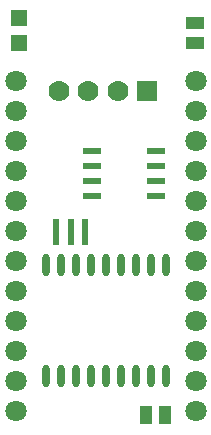
<source format=gbr>
%TF.GenerationSoftware,Altium Limited,Altium Designer,23.7.1 (13)*%
G04 Layer_Color=8388736*
%FSLAX45Y45*%
%MOMM*%
%TF.SameCoordinates,324F84FA-45DE-4E37-BCC6-85F6FB8D9206*%
%TF.FilePolarity,Negative*%
%TF.FileFunction,Soldermask,Top*%
%TF.Part,Single*%
G01*
G75*
%TA.AperFunction,SMDPad,CuDef*%
G04:AMPARAMS|DCode=14|XSize=1.9mm|YSize=0.6mm|CornerRadius=0.3mm|HoleSize=0mm|Usage=FLASHONLY|Rotation=270.000|XOffset=0mm|YOffset=0mm|HoleType=Round|Shape=RoundedRectangle|*
%AMROUNDEDRECTD14*
21,1,1.90000,0.00000,0,0,270.0*
21,1,1.30000,0.60000,0,0,270.0*
1,1,0.60000,0.00000,-0.65000*
1,1,0.60000,0.00000,0.65000*
1,1,0.60000,0.00000,0.65000*
1,1,0.60000,0.00000,-0.65000*
%
%ADD14ROUNDEDRECTD14*%
%ADD15R,1.55000X0.60000*%
%ADD25R,1.40320X1.40320*%
%ADD26R,1.55320X1.05320*%
%ADD27R,1.05320X1.55320*%
%ADD28R,0.60320X2.20320*%
%TA.AperFunction,ComponentPad*%
%ADD29C,1.80320*%
%ADD30R,1.77820X1.77820*%
%ADD31C,1.77820*%
D14*
X5208001Y3379998D02*
D03*
X5081001D02*
D03*
X4954001D02*
D03*
X4827001D02*
D03*
X4700001D02*
D03*
X4573001D02*
D03*
X4446001D02*
D03*
X4319001D02*
D03*
X4192001D02*
D03*
Y4320002D02*
D03*
X4319001D02*
D03*
X4446001D02*
D03*
X4573001D02*
D03*
X4700001D02*
D03*
X4827001D02*
D03*
X4954001D02*
D03*
X5081001D02*
D03*
X5208001D02*
D03*
D15*
X5120000Y5290500D02*
D03*
Y5163500D02*
D03*
Y5036500D02*
D03*
Y4909500D02*
D03*
X4580001D02*
D03*
Y5036500D02*
D03*
Y5163500D02*
D03*
Y5290500D02*
D03*
D25*
X3960000Y6415000D02*
D03*
Y6204998D02*
D03*
D26*
X5449999Y6207500D02*
D03*
Y6372499D02*
D03*
D27*
X5035001Y3050002D02*
D03*
X5200000D02*
D03*
D28*
X4520001Y4600001D02*
D03*
X4400001D02*
D03*
X4280002D02*
D03*
D29*
X5459500Y3090500D02*
D03*
X3935500Y5884500D02*
D03*
Y5630500D02*
D03*
Y5376500D02*
D03*
Y5122500D02*
D03*
Y4868500D02*
D03*
Y4614500D02*
D03*
Y4360500D02*
D03*
Y4106500D02*
D03*
Y3852500D02*
D03*
Y3598500D02*
D03*
Y3344500D02*
D03*
X5459500D02*
D03*
Y3598500D02*
D03*
Y3852500D02*
D03*
Y4106500D02*
D03*
Y4360500D02*
D03*
Y4614500D02*
D03*
Y4868500D02*
D03*
Y5122500D02*
D03*
Y5376500D02*
D03*
Y5630500D02*
D03*
Y5884500D02*
D03*
X3935500Y3090500D02*
D03*
D30*
X5050003Y5799999D02*
D03*
D31*
X4800001D02*
D03*
X4549999D02*
D03*
X4300002D02*
D03*
%TF.MD5,bdb903e8abe43f6708114c6ed5625e07*%
M02*

</source>
